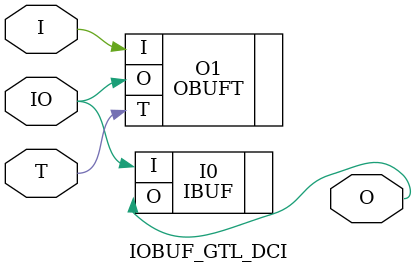
<source format=v>


`timescale  1 ps / 1 ps


module IOBUF_GTL_DCI (O, IO, I, T);

    output O;

    inout  IO;

    input  I, T;

        OBUFT #(.IOSTANDARD("GTL_DCI") ) O1 (.O(IO), .I(I), .T(T)); 
	IBUF #(.IOSTANDARD("GTL_DCI"))  I0 (.O(O), .I(IO));
        

endmodule



</source>
